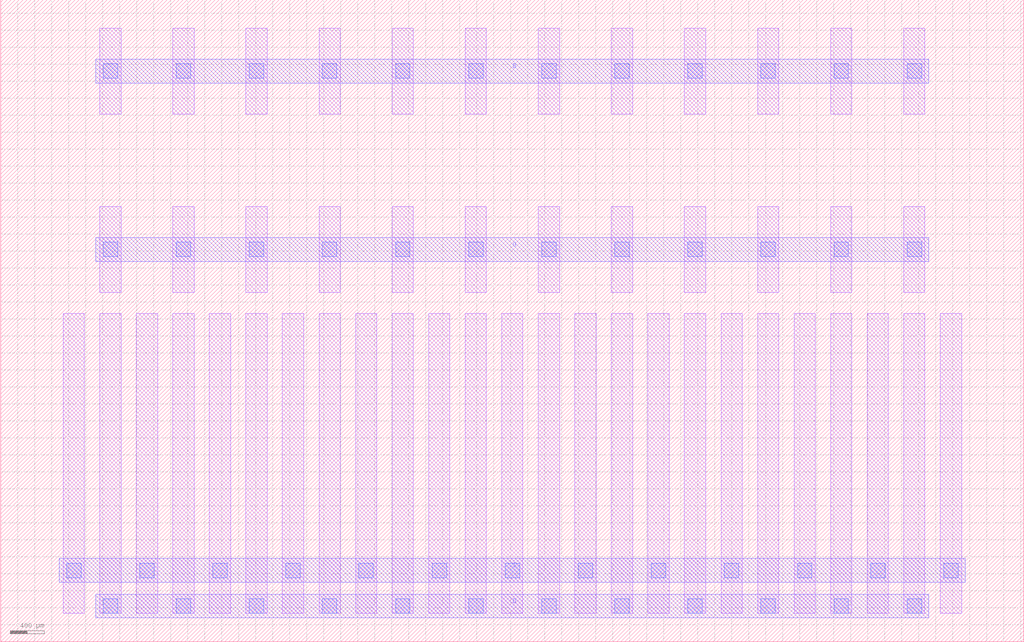
<source format=lef>
MACRO NMOS_4T_99223552_X12_Y1
  UNITS 
    DATABASE MICRONS UNITS 1000;
  END UNITS 
  ORIGIN 0 0 ;
  FOREIGN NMOS_4T_99223552_X12_Y1 0 0 ;
  SIZE 12040 BY 7560 ;
  PIN B
    DIRECTION INOUT ;
    USE SIGNAL ;
    PORT
      LAYER M2 ;
        RECT 1120 6580 10920 6860 ;
    END
  END B
  PIN D
    DIRECTION INOUT ;
    USE SIGNAL ;
    PORT
      LAYER M2 ;
        RECT 1120 280 10920 560 ;
    END
  END D
  PIN G
    DIRECTION INOUT ;
    USE SIGNAL ;
    PORT
      LAYER M2 ;
        RECT 1120 4480 10920 4760 ;
    END
  END G
  PIN S
    DIRECTION INOUT ;
    USE SIGNAL ;
    PORT
      LAYER M2 ;
        RECT 690 700 11350 980 ;
    END
  END S
  OBS
    LAYER M1 ;
      RECT 1165 335 1415 3865 ;
    LAYER M1 ;
      RECT 1165 4115 1415 5125 ;
    LAYER M1 ;
      RECT 1165 6215 1415 7225 ;
    LAYER M1 ;
      RECT 735 335 985 3865 ;
    LAYER M1 ;
      RECT 1595 335 1845 3865 ;
    LAYER M1 ;
      RECT 2025 335 2275 3865 ;
    LAYER M1 ;
      RECT 2025 4115 2275 5125 ;
    LAYER M1 ;
      RECT 2025 6215 2275 7225 ;
    LAYER M1 ;
      RECT 2455 335 2705 3865 ;
    LAYER M1 ;
      RECT 2885 335 3135 3865 ;
    LAYER M1 ;
      RECT 2885 4115 3135 5125 ;
    LAYER M1 ;
      RECT 2885 6215 3135 7225 ;
    LAYER M1 ;
      RECT 3315 335 3565 3865 ;
    LAYER M1 ;
      RECT 3745 335 3995 3865 ;
    LAYER M1 ;
      RECT 3745 4115 3995 5125 ;
    LAYER M1 ;
      RECT 3745 6215 3995 7225 ;
    LAYER M1 ;
      RECT 4175 335 4425 3865 ;
    LAYER M1 ;
      RECT 4605 335 4855 3865 ;
    LAYER M1 ;
      RECT 4605 4115 4855 5125 ;
    LAYER M1 ;
      RECT 4605 6215 4855 7225 ;
    LAYER M1 ;
      RECT 5035 335 5285 3865 ;
    LAYER M1 ;
      RECT 5465 335 5715 3865 ;
    LAYER M1 ;
      RECT 5465 4115 5715 5125 ;
    LAYER M1 ;
      RECT 5465 6215 5715 7225 ;
    LAYER M1 ;
      RECT 5895 335 6145 3865 ;
    LAYER M1 ;
      RECT 6325 335 6575 3865 ;
    LAYER M1 ;
      RECT 6325 4115 6575 5125 ;
    LAYER M1 ;
      RECT 6325 6215 6575 7225 ;
    LAYER M1 ;
      RECT 6755 335 7005 3865 ;
    LAYER M1 ;
      RECT 7185 335 7435 3865 ;
    LAYER M1 ;
      RECT 7185 4115 7435 5125 ;
    LAYER M1 ;
      RECT 7185 6215 7435 7225 ;
    LAYER M1 ;
      RECT 7615 335 7865 3865 ;
    LAYER M1 ;
      RECT 8045 335 8295 3865 ;
    LAYER M1 ;
      RECT 8045 4115 8295 5125 ;
    LAYER M1 ;
      RECT 8045 6215 8295 7225 ;
    LAYER M1 ;
      RECT 8475 335 8725 3865 ;
    LAYER M1 ;
      RECT 8905 335 9155 3865 ;
    LAYER M1 ;
      RECT 8905 4115 9155 5125 ;
    LAYER M1 ;
      RECT 8905 6215 9155 7225 ;
    LAYER M1 ;
      RECT 9335 335 9585 3865 ;
    LAYER M1 ;
      RECT 9765 335 10015 3865 ;
    LAYER M1 ;
      RECT 9765 4115 10015 5125 ;
    LAYER M1 ;
      RECT 9765 6215 10015 7225 ;
    LAYER M1 ;
      RECT 10195 335 10445 3865 ;
    LAYER M1 ;
      RECT 10625 335 10875 3865 ;
    LAYER M1 ;
      RECT 10625 4115 10875 5125 ;
    LAYER M1 ;
      RECT 10625 6215 10875 7225 ;
    LAYER M1 ;
      RECT 11055 335 11305 3865 ;
    LAYER V1 ;
      RECT 1205 335 1375 505 ;
    LAYER V1 ;
      RECT 1205 4535 1375 4705 ;
    LAYER V1 ;
      RECT 1205 6635 1375 6805 ;
    LAYER V1 ;
      RECT 2065 335 2235 505 ;
    LAYER V1 ;
      RECT 2065 4535 2235 4705 ;
    LAYER V1 ;
      RECT 2065 6635 2235 6805 ;
    LAYER V1 ;
      RECT 2925 335 3095 505 ;
    LAYER V1 ;
      RECT 2925 4535 3095 4705 ;
    LAYER V1 ;
      RECT 2925 6635 3095 6805 ;
    LAYER V1 ;
      RECT 3785 335 3955 505 ;
    LAYER V1 ;
      RECT 3785 4535 3955 4705 ;
    LAYER V1 ;
      RECT 3785 6635 3955 6805 ;
    LAYER V1 ;
      RECT 4645 335 4815 505 ;
    LAYER V1 ;
      RECT 4645 4535 4815 4705 ;
    LAYER V1 ;
      RECT 4645 6635 4815 6805 ;
    LAYER V1 ;
      RECT 5505 335 5675 505 ;
    LAYER V1 ;
      RECT 5505 4535 5675 4705 ;
    LAYER V1 ;
      RECT 5505 6635 5675 6805 ;
    LAYER V1 ;
      RECT 6365 335 6535 505 ;
    LAYER V1 ;
      RECT 6365 4535 6535 4705 ;
    LAYER V1 ;
      RECT 6365 6635 6535 6805 ;
    LAYER V1 ;
      RECT 7225 335 7395 505 ;
    LAYER V1 ;
      RECT 7225 4535 7395 4705 ;
    LAYER V1 ;
      RECT 7225 6635 7395 6805 ;
    LAYER V1 ;
      RECT 8085 335 8255 505 ;
    LAYER V1 ;
      RECT 8085 4535 8255 4705 ;
    LAYER V1 ;
      RECT 8085 6635 8255 6805 ;
    LAYER V1 ;
      RECT 8945 335 9115 505 ;
    LAYER V1 ;
      RECT 8945 4535 9115 4705 ;
    LAYER V1 ;
      RECT 8945 6635 9115 6805 ;
    LAYER V1 ;
      RECT 9805 335 9975 505 ;
    LAYER V1 ;
      RECT 9805 4535 9975 4705 ;
    LAYER V1 ;
      RECT 9805 6635 9975 6805 ;
    LAYER V1 ;
      RECT 10665 335 10835 505 ;
    LAYER V1 ;
      RECT 10665 4535 10835 4705 ;
    LAYER V1 ;
      RECT 10665 6635 10835 6805 ;
    LAYER V1 ;
      RECT 775 755 945 925 ;
    LAYER V1 ;
      RECT 1635 755 1805 925 ;
    LAYER V1 ;
      RECT 2495 755 2665 925 ;
    LAYER V1 ;
      RECT 3355 755 3525 925 ;
    LAYER V1 ;
      RECT 4215 755 4385 925 ;
    LAYER V1 ;
      RECT 5075 755 5245 925 ;
    LAYER V1 ;
      RECT 5935 755 6105 925 ;
    LAYER V1 ;
      RECT 6795 755 6965 925 ;
    LAYER V1 ;
      RECT 7655 755 7825 925 ;
    LAYER V1 ;
      RECT 8515 755 8685 925 ;
    LAYER V1 ;
      RECT 9375 755 9545 925 ;
    LAYER V1 ;
      RECT 10235 755 10405 925 ;
    LAYER V1 ;
      RECT 11095 755 11265 925 ;
  END
END NMOS_4T_99223552_X12_Y1

</source>
